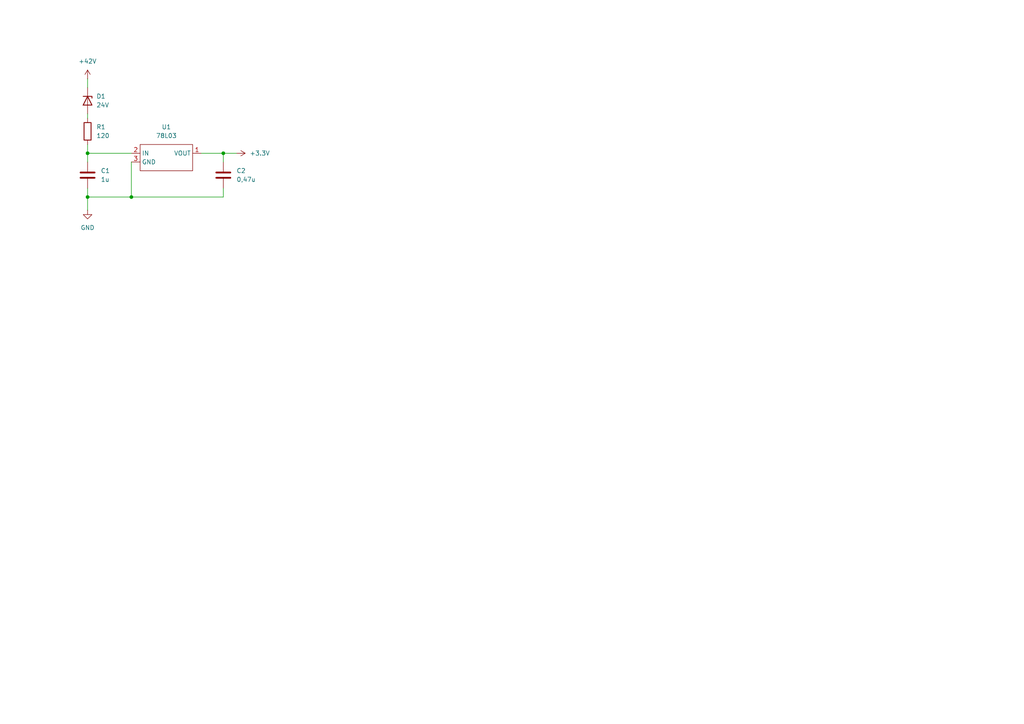
<source format=kicad_sch>
(kicad_sch (version 20231120) (generator "eeschema") (generator_version "8.0")
  (paper "A4")
  (lib_symbols
    (symbol "Device:C" (pin_numbers hide) (pin_names (offset 0.254))
      (property "Reference" "C" (at 0.635 2.54 0))
      (property "Value" "C" (at 0.635 -2.54 0))
      (symbol "C_0_1"
        (polyline (pts (xy -2.032 -0.762) (xy 2.032 -0.762)) (stroke (width 0.508)))
        (polyline (pts (xy -2.032 0.762) (xy 2.032 0.762)) (stroke (width 0.508)))
      )
      (symbol "C_1_1"
        (pin passive line (at 0 3.81 270) (length 2.794) (name "~") (number "1"))
        (pin passive line (at 0 -3.81 90) (length 2.794) (name "~") (number "2"))
      )
    )
    (symbol "Device:R" (pin_numbers hide) (pin_names (offset 0))
      (property "Reference" "R" (at 2.032 0 90))
      (property "Value" "R" (at 0 0 90))
      (symbol "R_0_1"
        (rectangle (start -1.016 -2.54) (end 1.016 2.54) (stroke (width 0.254)))
      )
      (symbol "R_1_1"
        (pin passive line (at 0 3.81 270) (length 1.27) (name "~") (number "1"))
        (pin passive line (at 0 -3.81 90) (length 1.27) (name "~") (number "2"))
      )
    )
    (symbol "Diode:ZMDxx" (pin_numbers hide) (pin_names hide)
      (property "Reference" "D" (at 0 2.54 0))
      (property "Value" "ZMDxx" (at 0 -2.54 0))
      (symbol "ZMDxx_0_1"
        (polyline (pts (xy 1.27 0) (xy -1.27 0)))
        (polyline (pts (xy -1.27 -1.27) (xy -1.27 1.27) (xy -0.762 1.27)) (stroke (width 0.254)))
        (polyline (pts (xy 1.27 -1.27) (xy 1.27 1.27) (xy -1.27 0) (xy 1.27 -1.27)) (stroke (width 0.254)))
      )
      (symbol "ZMDxx_1_1"
        (pin passive line (at -3.81 0 0) (length 2.54) (name "K") (number "1"))
        (pin passive line (at 3.81 0 180) (length 2.54) (name "A") (number "2"))
      )
    )
    (symbol "Radtke:78L03"
      (property "Reference" "U" (at 0 5.08 0))
      (property "Value" "78L03" (at 0 5.08 0))
      (symbol "78L03_0_1"
        (rectangle (start -7.62 3.81) (end 7.62 -3.81))
      )
      (symbol "78L03_1_1"
        (pin output line (at 10.16 1.27 180) (length 2.54) (name "VOUT") (number "1"))
        (pin input line (at -10.16 1.27 0) (length 2.54) (name "IN") (number "2"))
        (pin bidirectional line (at -10.16 -1.27 0) (length 2.54) (name "GND") (number "3"))
      )
    )
    (symbol "power:+3.3V" (power) (pin_numbers hide) (pin_names (offset 0) hide)
      (property "Value" "+3.3V" (at 0 3.556 0))
      (symbol "+3.3V_0_1"
        (polyline (pts (xy -0.762 1.27) (xy 0 2.54)))
        (polyline (pts (xy 0 0) (xy 0 2.54)))
        (polyline (pts (xy 0 2.54) (xy 0.762 1.27)))
      )
      (symbol "+3.3V_1_1"
        (pin power_in line (at 0 0 90) (length 0) (name "~") (number "1"))
      )
    )
    (symbol "power:+48V" (power) (pin_numbers hide) (pin_names (offset 0) hide)
      (property "Value" "+48V" (at 0 3.556 0))
      (symbol "+48V_0_1"
        (polyline (pts (xy -0.762 1.27) (xy 0 2.54)))
        (polyline (pts (xy 0 0) (xy 0 2.54)))
        (polyline (pts (xy 0 2.54) (xy 0.762 1.27)))
      )
      (symbol "+48V_1_1"
        (pin power_in line (at 0 0 90) (length 0) (name "~") (number "1"))
      )
    )
    (symbol "power:GND" (power) (pin_numbers hide) (pin_names (offset 0) hide)
      (property "Value" "GND" (at 0 -3.81 0))
      (symbol "GND_0_1"
        (polyline (pts (xy 0 0) (xy 0 -1.27) (xy 1.27 -1.27) (xy 0 -2.54) (xy -1.27 -1.27) (xy 0 -1.27)))
      )
      (symbol "GND_1_1"
        (pin power_in line (at 0 0 270) (length 0) (name "~") (number "1"))
      )
    )
  )
  (junction (at 25.4 44.45))
  (junction (at 25.4 57.15))
  (junction (at 38.1 57.15))
  (junction (at 64.77 44.45))
  (wire (pts (xy 58.42 44.45) (xy 64.77 44.45)))
  (wire (pts (xy 25.4 33.02) (xy 25.4 34.29)))
  (wire (pts (xy 25.4 57.15) (xy 25.4 60.96)))
  (wire (pts (xy 64.77 44.45) (xy 64.77 46.99)))
  (wire (pts (xy 25.4 22.86) (xy 25.4 25.4)))
  (wire (pts (xy 25.4 44.45) (xy 38.1 44.45)))
  (wire (pts (xy 38.1 46.99) (xy 38.1 57.15)))
  (wire (pts (xy 64.77 54.61) (xy 64.77 57.15)))
  (wire (pts (xy 25.4 44.45) (xy 25.4 46.99)))
  (wire (pts (xy 38.1 57.15) (xy 25.4 57.15)))
  (wire (pts (xy 25.4 54.61) (xy 25.4 57.15)))
  (wire (pts (xy 25.4 41.91) (xy 25.4 44.45)))
  (wire (pts (xy 38.1 57.15) (xy 64.77 57.15)))
  (wire (pts (xy 64.77 44.45) (xy 68.58 44.45)))
  (symbol (lib_id "Radtke:78L03") (at 48.26 45.72 0) (unit 1)
    (property "Reference" "U1" (at 48.26 36.83 0))
    (property "Value" "78L03" (at 48.26 39.37 0))
    (property "Footprint" "Package_TO_SOT_SMD:SOT-23-3" (effects (hide yes)))
  )
  (symbol (lib_id "Device:R") (at 25.4 38.1 0) (unit 1)
    (property "Reference" "R1" (at 27.94 36.8299 0) (effects (justify left)))
    (property "Value" "120" (at 27.94 39.3699 0) (effects (justify left)))
    (property "Footprint" "Resistor_SMD:R_0805_2012Metric" (effects (hide yes)))
    (property "Description" "Resistor" (effects (hide yes)))
  )
  (symbol (lib_id "Device:C") (at 64.77 50.8 0) (unit 1)
    (property "Reference" "C2" (at 68.58 49.5299 0) (effects (justify left)))
    (property "Value" "0,47u" (at 68.58 52.0699 0) (effects (justify left)))
    (property "Footprint" "Capacitor_SMD:C_0805_2012Metric" (effects (hide yes)))
    (property "Description" "Unpolarized capacitor" (effects (hide yes)))
  )
  (symbol (lib_id "Diode:ZMDxx") (at 25.4 29.21 270) (unit 1)
    (property "Reference" "D1" (at 27.94 27.9399 90) (effects (justify left)))
    (property "Value" "24V" (at 27.94 30.4799 90) (effects (justify left)))
    (property "Footprint" "Diode_SMD:D_MiniMELF" (effects (hide yes)))
    (property "Datasheet" "http://diotec.com/tl_files/diotec/files/pdf/datasheets/zmd1" (effects (hide yes)))
    (property "Description" "1000mW Zener Diode, MiniMELF" (effects (hide yes)))
  )
  (symbol (lib_id "power:GND") (at 25.4 60.96 0) (unit 1)
    (property "Reference" "#PWR07" (effects (hide yes)))
    (property "Value" "GND" (at 25.4 66.04 0))
    (property "Description" "Power symbol creates a global label with name \"GND\" , ground" (effects (hide yes)))
    (instances (project "Nanostripes_LED_Modul" (path "" (reference "#PWR07") (unit 1))) (project "Nanostripes_LED_Modul" (path "" (reference "#PWR015") (unit 1))))
  )
  (symbol (lib_id "power:+3.3V") (at 68.58 44.45 270) (unit 1)
    (property "Reference" "#PWR06" (effects (hide yes)))
    (property "Value" "+3.3V" (at 72.39 44.4499 90) (effects (justify left)))
    (property "Description" "Power symbol creates a global label with name \"+3.3V\"" (effects (hide yes)))
    (instances (project "Nanostripes_LED_Modul" (path "" (reference "#PWR06") (unit 1))) (project "Nanostripes_LED_Modul" (path "" (reference "#PWR014") (unit 1))))
  )
  (symbol (lib_id "Device:C") (at 25.4 50.8 0) (unit 1)
    (property "Reference" "C1" (at 29.21 49.5299 0) (effects (justify left)))
    (property "Value" "1u" (at 29.21 52.0699 0) (effects (justify left)))
    (property "Footprint" "Capacitor_SMD:C_0805_2012Metric" (effects (hide yes)))
    (property "Description" "Unpolarized capacitor" (effects (hide yes)))
  )
  (symbol (lib_id "power:+48V") (at 25.4 22.86 0) (unit 1)
    (property "Reference" "#PWR05" (effects (hide yes)))
    (property "Value" "+42V" (at 25.4 17.78 0))
    (property "Description" "Power symbol creates a global label with name \"+48V\"" (effects (hide yes)))
    (instances (project "Nanostripes_LED_Modul" (path "" (reference "#PWR05") (unit 1))) (project "Nanostripes_LED_Modul" (path "" (reference "#PWR013") (unit 1))))
  )
)
</source>
